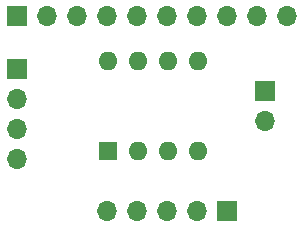
<source format=gts>
%TF.GenerationSoftware,KiCad,Pcbnew,(6.0.10)*%
%TF.CreationDate,2023-01-29T23:50:32+02:00*%
%TF.ProjectId,Bomb,426f6d62-2e6b-4696-9361-645f70636258,rev?*%
%TF.SameCoordinates,Original*%
%TF.FileFunction,Soldermask,Top*%
%TF.FilePolarity,Negative*%
%FSLAX46Y46*%
G04 Gerber Fmt 4.6, Leading zero omitted, Abs format (unit mm)*
G04 Created by KiCad (PCBNEW (6.0.10)) date 2023-01-29 23:50:32*
%MOMM*%
%LPD*%
G01*
G04 APERTURE LIST*
%ADD10R,1.700000X1.700000*%
%ADD11O,1.700000X1.700000*%
%ADD12R,1.600000X1.600000*%
%ADD13O,1.600000X1.600000*%
G04 APERTURE END LIST*
D10*
%TO.C,J1*%
X117780000Y-49200000D03*
D11*
X120320000Y-49200000D03*
X122860000Y-49200000D03*
X125400000Y-49200000D03*
X127940000Y-49200000D03*
X130480000Y-49200000D03*
X133020000Y-49200000D03*
X135560000Y-49200000D03*
X138100000Y-49200000D03*
X140640000Y-49200000D03*
%TD*%
D12*
%TO.C,U1*%
X125439261Y-60686243D03*
D13*
X127979261Y-60686243D03*
X130519261Y-60686243D03*
X133059261Y-60686243D03*
X133059261Y-53066243D03*
X130519261Y-53066243D03*
X127979261Y-53066243D03*
X125439261Y-53066243D03*
%TD*%
D10*
%TO.C,J2*%
X117780000Y-53707500D03*
D11*
X117780000Y-56247500D03*
X117780000Y-58787500D03*
X117780000Y-61327500D03*
%TD*%
D10*
%TO.C,J4*%
X135560000Y-65710000D03*
D11*
X133020000Y-65710000D03*
X130480000Y-65710000D03*
X127940000Y-65710000D03*
X125400000Y-65710000D03*
%TD*%
D10*
%TO.C,J3*%
X138735000Y-55550000D03*
D11*
X138735000Y-58090000D03*
%TD*%
M02*

</source>
